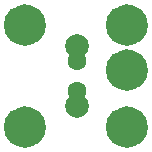
<source format=gbr>
%TF.GenerationSoftware,KiCad,Pcbnew,9.0.5*%
%TF.CreationDate,2026-01-19T22:18:19+00:00*%
%TF.ProjectId,zx_coil,7a785f63-6f69-46c2-9e6b-696361645f70,1*%
%TF.SameCoordinates,Original*%
%TF.FileFunction,Soldermask,Top*%
%TF.FilePolarity,Negative*%
%FSLAX46Y46*%
G04 Gerber Fmt 4.6, Leading zero omitted, Abs format (unit mm)*
G04 Created by KiCad (PCBNEW 9.0.5) date 2026-01-19 22:18:19*
%MOMM*%
%LPD*%
G01*
G04 APERTURE LIST*
%ADD10C,1.800000*%
%ADD11C,1.600000*%
%ADD12C,2.000000*%
G04 APERTURE END LIST*
D10*
X129932000Y-75311000D02*
G75*
G02*
X128132000Y-75311000I-900000J0D01*
G01*
X128132000Y-75311000D02*
G75*
G02*
X129932000Y-75311000I900000J0D01*
G01*
X138568000Y-79121000D02*
G75*
G02*
X136768000Y-79121000I-900000J0D01*
G01*
X136768000Y-79121000D02*
G75*
G02*
X138568000Y-79121000I900000J0D01*
G01*
X138568000Y-75311000D02*
G75*
G02*
X136768000Y-75311000I-900000J0D01*
G01*
X136768000Y-75311000D02*
G75*
G02*
X138568000Y-75311000I900000J0D01*
G01*
X138568000Y-83947000D02*
G75*
G02*
X136768000Y-83947000I-900000J0D01*
G01*
X136768000Y-83947000D02*
G75*
G02*
X138568000Y-83947000I900000J0D01*
G01*
X129932000Y-83947000D02*
G75*
G02*
X128132000Y-83947000I-900000J0D01*
G01*
X128132000Y-83947000D02*
G75*
G02*
X129932000Y-83947000I900000J0D01*
G01*
D11*
%TO.C,REF\u002A\u002A*%
X133431000Y-78374000D03*
X133431000Y-80874000D03*
%TD*%
D12*
%TO.C,T1*%
X133431000Y-77064000D03*
X133431000Y-82144000D03*
%TD*%
M02*

</source>
